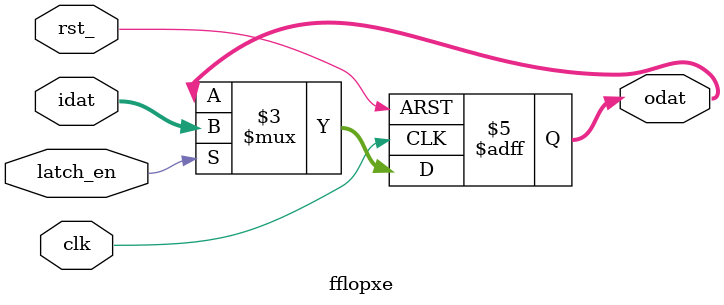
<source format=v>
module fflopxe
    (
     clk,
     rst_,
     latch_en,
     idat,
     odat
     );

parameter WIDTH = 8;
parameter RESET_VALUE = {WIDTH{1'b0}};

input   clk, rst_, latch_en;
input   [WIDTH-1:0] idat;

output  [WIDTH-1:0] odat;
reg     [WIDTH-1:0] odat;

always @ (posedge clk or negedge rst_)
    begin
    if(!rst_) odat <= RESET_VALUE;
    else if (latch_en) odat <= idat;
    end

endmodule

</source>
